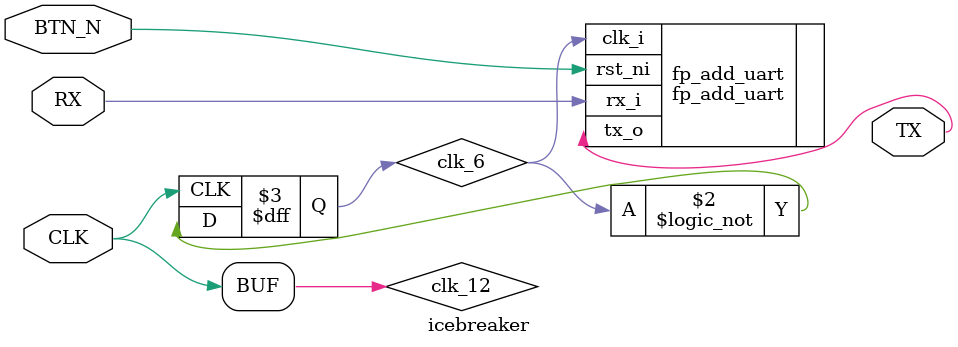
<source format=v>

module icebreaker (
    input  wire CLK,
    input  wire BTN_N,

    input  wire RX,
    output wire TX
);

wire clk_12 = CLK;

reg clk_6;
always @(posedge clk_12) begin
    clk_6 <= !clk_6;
end

// TODO: Drive other clock(s) with PLL
// You can generate PLL configs with icepll
// Example: `icepll -i 12 -o 50`

fp_add_uart #(
    .DesiredBaudRate(9_600),
    .ClockFrequency(6_000_000)
) fp_add_uart (
    .clk_i(clk_6),
    .rst_ni(BTN_N),
    .rx_i(RX),
    .tx_o(TX)
);

endmodule

</source>
